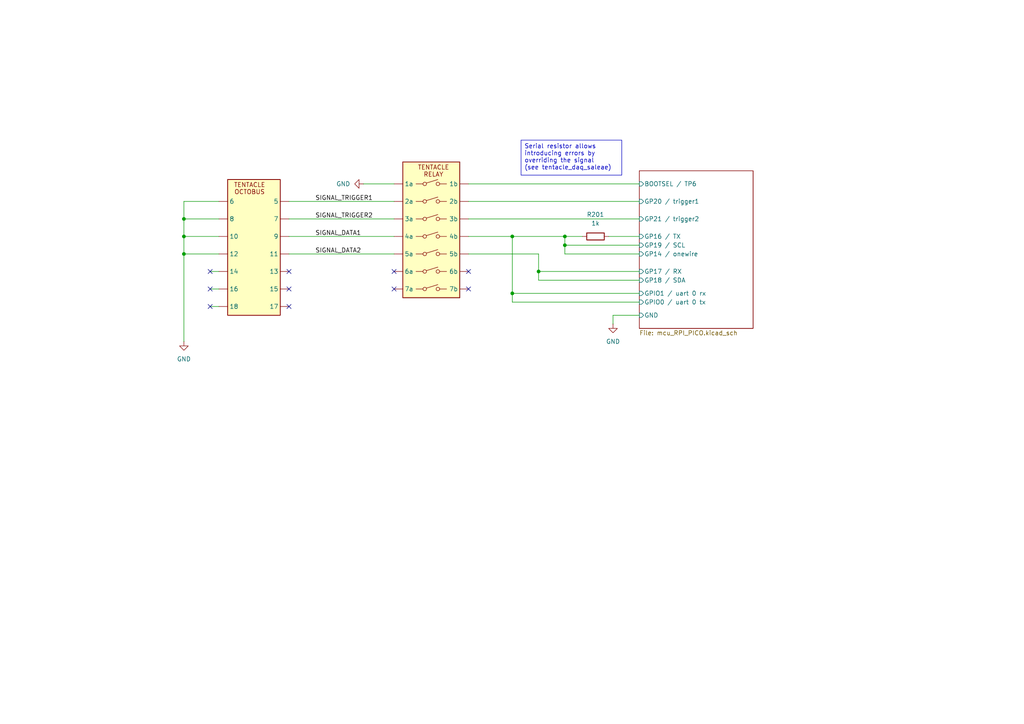
<source format=kicad_sch>
(kicad_sch (version 20231120) (generator "eeschema") (generator_version "8.0")
  (paper "A4")
  (title_block (title "tentacle_MCU_RPI_PICO") (date "2024-07-16") (company "Hans Märki, Märki Informatik") (comment 1 "The MIT License (MIT)"))
  (lib_symbols
    (symbol "00_project_library:tentacle_octobus" (pin_numbers hide)
      (property "Reference" "T" (at -27.432 29.718 0))
      (property "Value" "tentacle_octobus" (at 1.27 3.81 0))
      (symbol "tentacle_octobus_1_1"
        (rectangle (start 0 0) (end 15.24 -39.37) (stroke (width 0.254)) (fill (type background)))
        (text "TENTACLE\nOCTOBUS" (at 6.35 -2.54 0) (effects (font (size 1.27 1.27))))
        (pin passive line (at -2.54 -16.51 0) (length 2.54) (name "10") (number "10"))
        (pin passive line (at 17.78 -21.59 180) (length 2.54) (name "11") (number "11"))
        (pin passive line (at -2.54 -21.59 0) (length 2.54) (name "12") (number "12"))
        (pin passive line (at 17.78 -26.67 180) (length 2.54) (name "13") (number "13"))
        (pin passive line (at -2.54 -26.67 0) (length 2.54) (name "14") (number "14"))
        (pin passive line (at 17.78 -31.75 180) (length 2.54) (name "15") (number "15"))
        (pin passive line (at -2.54 -31.75 0) (length 2.54) (name "16") (number "16"))
        (pin passive line (at 17.78 -36.83 180) (length 2.54) (name "17") (number "17"))
        (pin passive line (at -2.54 -36.83 0) (length 2.54) (name "18") (number "18"))
        (pin passive line (at 17.78 -6.35 180) (length 2.54) (name "5") (number "5"))
        (pin passive line (at -2.54 -6.35 0) (length 2.54) (name "6") (number "6"))
        (pin passive line (at 17.78 -11.43 180) (length 2.54) (name "7") (number "7"))
        (pin passive line (at -2.54 -11.43 0) (length 2.54) (name "8") (number "8"))
        (pin passive line (at 17.78 -16.51 180) (length 2.54) (name "9") (number "9"))
      )
    )
    (symbol "Device:R" (pin_numbers hide) (pin_names (offset 0))
      (property "Reference" "R" (at 2.032 0 90))
      (property "Value" "R" (at 0 0 90))
      (symbol "R_0_1"
        (rectangle (start -1.016 -2.54) (end 1.016 2.54) (stroke (width 0.254)))
      )
      (symbol "R_1_1"
        (pin passive line (at 0 3.81 270) (length 1.27) (name "~") (number "1"))
        (pin passive line (at 0 -3.81 90) (length 1.27) (name "~") (number "2"))
      )
    )
    (symbol "power:GND" (power) (pin_numbers hide) (pin_names (offset 0) hide)
      (property "Value" "GND" (at 0 -3.81 0))
      (symbol "GND_0_1"
        (polyline (pts (xy 0 0) (xy 0 -1.27) (xy 1.27 -1.27) (xy 0 -2.54) (xy -1.27 -1.27) (xy 0 -1.27)))
      )
      (symbol "GND_1_1"
        (pin power_in line (at 0 0 270) (length 0) (name "~") (number "1"))
      )
    )
    (symbol "tentacle_relay_1" (pin_numbers hide)
      (property "Reference" "T" (at -27.432 29.718 0))
      (property "Value" "tentacle_relay" (at 3.81 2.54 0))
      (symbol "tentacle_relay_1_0_1"
        (polyline (pts (xy 5.842 -36.83) (xy 3.81 -36.83)))
        (polyline (pts (xy 5.842 -31.75) (xy 3.81 -31.75)))
        (polyline (pts (xy 5.842 -26.67) (xy 3.81 -26.67)))
        (polyline (pts (xy 5.842 -21.59) (xy 3.81 -21.59)))
        (polyline (pts (xy 5.842 -16.51) (xy 3.81 -16.51)))
        (polyline (pts (xy 5.842 -11.43) (xy 3.81 -11.43)))
        (polyline (pts (xy 5.842 -6.35) (xy 3.81 -6.35)))
        (polyline (pts (xy 6.858 -36.576) (xy 10.16 -35.56)))
        (polyline (pts (xy 6.858 -31.496) (xy 10.16 -30.48)))
        (polyline (pts (xy 6.858 -26.416) (xy 10.16 -25.4)))
        (polyline (pts (xy 6.858 -21.336) (xy 10.16 -20.32)))
        (polyline (pts (xy 6.858 -16.256) (xy 10.16 -15.24)))
        (polyline (pts (xy 6.858 -11.176) (xy 10.16 -10.16)))
        (polyline (pts (xy 6.858 -6.096) (xy 10.16 -5.08)))
        (polyline (pts (xy 12.7 -36.83) (xy 10.668 -36.83)))
        (polyline (pts (xy 12.7 -31.75) (xy 10.668 -31.75)))
        (polyline (pts (xy 12.7 -26.67) (xy 10.668 -26.67)))
        (polyline (pts (xy 12.7 -21.59) (xy 10.668 -21.59)))
        (polyline (pts (xy 12.7 -16.51) (xy 10.668 -16.51)))
        (polyline (pts (xy 12.7 -11.43) (xy 10.668 -11.43)))
        (polyline (pts (xy 12.7 -6.35) (xy 10.668 -6.35)))
        (circle (center 6.35 -36.83) (radius 0.508))
        (circle (center 6.35 -31.75) (radius 0.508))
        (circle (center 6.35 -26.67) (radius 0.508))
        (circle (center 6.35 -21.59) (radius 0.508))
        (circle (center 6.35 -16.51) (radius 0.508))
        (circle (center 6.35 -11.43) (radius 0.508))
        (circle (center 6.35 -6.35) (radius 0.508))
        (circle (center 10.16 -36.83) (radius 0.508))
        (circle (center 10.16 -31.75) (radius 0.508))
        (circle (center 10.16 -26.67) (radius 0.508))
        (circle (center 10.16 -21.59) (radius 0.508))
        (circle (center 10.16 -16.51) (radius 0.508))
        (circle (center 10.16 -11.43) (radius 0.508))
        (circle (center 10.16 -6.35) (radius 0.508))
      )
      (symbol "tentacle_relay_1_1_1"
        (rectangle (start 0 0) (end 16.51 -39.37) (stroke (width 0.254)) (fill (type background)))
        (text "TENTACLE\nRELAY" (at 8.89 -2.54 0) (effects (font (size 1.27 1.27))))
        (pin passive line (at -2.54 -6.35 0) (length 2.54) (name "1a") (number ""))
        (pin passive line (at 19.05 -6.35 180) (length 2.54) (name "1b") (number ""))
        (pin passive line (at -2.54 -11.43 0) (length 2.54) (name "2a") (number ""))
        (pin passive line (at 19.05 -11.43 180) (length 2.54) (name "2b") (number ""))
        (pin passive line (at -2.54 -16.51 0) (length 2.54) (name "3a") (number ""))
        (pin passive line (at 19.05 -16.51 180) (length 2.54) (name "3b") (number ""))
        (pin passive line (at -2.54 -21.59 0) (length 2.54) (name "4a") (number ""))
        (pin passive line (at 19.05 -21.59 180) (length 2.54) (name "4b") (number ""))
        (pin passive line (at -2.54 -26.67 0) (length 2.54) (name "5a") (number ""))
        (pin passive line (at 19.05 -26.67 180) (length 2.54) (name "5b") (number ""))
        (pin passive line (at -2.54 -31.75 0) (length 2.54) (name "6a") (number ""))
        (pin passive line (at 19.05 -31.75 180) (length 2.54) (name "6b") (number ""))
        (pin passive line (at -2.54 -36.83 0) (length 2.54) (name "7a") (number ""))
        (pin passive line (at 19.05 -36.83 180) (length 2.54) (name "7b") (number ""))
      )
    )
  )
  (junction (at 53.34 73.66))
  (junction (at 53.34 63.5))
  (junction (at 148.59 85.09))
  (junction (at 53.34 68.58))
  (junction (at 148.59 68.58))
  (junction (at 163.83 71.12))
  (junction (at 156.21 78.74))
  (junction (at 163.83 68.58))
  (no_connect (at 114.3 78.74))
  (no_connect (at 114.3 83.82))
  (no_connect (at 135.89 78.74))
  (no_connect (at 83.82 88.9))
  (no_connect (at 60.96 88.9))
  (no_connect (at 60.96 78.74))
  (no_connect (at 135.89 83.82))
  (no_connect (at 60.96 83.82))
  (no_connect (at 83.82 78.74))
  (no_connect (at 83.82 83.82))
  (wire (pts (xy 83.82 73.66) (xy 114.3 73.66)))
  (wire (pts (xy 156.21 81.28) (xy 185.42 81.28)))
  (wire (pts (xy 83.82 68.58) (xy 114.3 68.58)))
  (wire (pts (xy 53.34 68.58) (xy 63.5 68.58)))
  (wire (pts (xy 156.21 78.74) (xy 185.42 78.74)))
  (wire (pts (xy 53.34 73.66) (xy 63.5 73.66)))
  (wire (pts (xy 53.34 68.58) (xy 53.34 63.5)))
  (wire (pts (xy 83.82 63.5) (xy 114.3 63.5)))
  (wire (pts (xy 53.34 73.66) (xy 53.34 99.06)))
  (wire (pts (xy 105.41 53.34) (xy 114.3 53.34)))
  (wire (pts (xy 135.89 58.42) (xy 185.42 58.42)))
  (wire (pts (xy 135.89 68.58) (xy 148.59 68.58)))
  (wire (pts (xy 177.8 91.44) (xy 177.8 93.98)))
  (wire (pts (xy 163.83 68.58) (xy 168.91 68.58)))
  (wire (pts (xy 53.34 58.42) (xy 63.5 58.42)))
  (wire (pts (xy 156.21 73.66) (xy 156.21 78.74)))
  (wire (pts (xy 156.21 78.74) (xy 156.21 81.28)))
  (wire (pts (xy 53.34 63.5) (xy 53.34 58.42)))
  (wire (pts (xy 60.96 83.82) (xy 63.5 83.82)))
  (wire (pts (xy 135.89 63.5) (xy 185.42 63.5)))
  (wire (pts (xy 135.89 73.66) (xy 156.21 73.66)))
  (wire (pts (xy 185.42 73.66) (xy 163.83 73.66)))
  (wire (pts (xy 148.59 68.58) (xy 148.59 85.09)))
  (wire (pts (xy 135.89 53.34) (xy 185.42 53.34)))
  (wire (pts (xy 176.53 68.58) (xy 185.42 68.58)))
  (wire (pts (xy 53.34 73.66) (xy 53.34 68.58)))
  (wire (pts (xy 163.83 73.66) (xy 163.83 71.12)))
  (wire (pts (xy 163.83 71.12) (xy 185.42 71.12)))
  (wire (pts (xy 60.96 78.74) (xy 63.5 78.74)))
  (wire (pts (xy 148.59 85.09) (xy 148.59 87.63)))
  (wire (pts (xy 53.34 63.5) (xy 63.5 63.5)))
  (wire (pts (xy 163.83 71.12) (xy 163.83 68.58)))
  (wire (pts (xy 185.42 91.44) (xy 177.8 91.44)))
  (wire (pts (xy 60.96 88.9) (xy 63.5 88.9)))
  (wire (pts (xy 148.59 85.09) (xy 185.42 85.09)))
  (wire (pts (xy 148.59 68.58) (xy 163.83 68.58)))
  (wire (pts (xy 83.82 58.42) (xy 114.3 58.42)))
  (wire (pts (xy 185.42 87.63) (xy 148.59 87.63)))
  (text_box "Serial resistor allows introducing errors by overriding the signal\n(see tentacle_daq_saleae)\n" (at 151.13 40.64 0) (size 29.21 10.16) (effects (font (size 1.27 1.27)) (justify left top)))
  (text "${SHEETNAME}" (at 76.708 31.75 0) (effects (font (size 2.54 2.54) (thickness 0.508) (bold yes))))
  (label "SIGNAL_TRIGGER1" (at 91.44 58.42 0))
  (label "SIGNAL_DATA2" (at 91.44 73.66 0))
  (label "SIGNAL_TRIGGER2" (at 91.44 63.5 0))
  (label "SIGNAL_DATA1" (at 91.44 68.58 0))
  (symbol (lib_id "00_project_library:tentacle_octobus") (at 66.04 52.07 0) (unit 1)
    (property "Reference" "T201" (effects (hide yes)))
    (property "Value" "tentacle_octobus" (effects (hide yes)))
  )
  (symbol (lib_id "Device:R") (at 172.72 68.58 90) (unit 1)
    (property "Reference" "R201" (at 172.72 62.23 90))
    (property "Value" "1k" (at 172.72 64.77 90))
    (property "Description" "Resistor" (effects (hide yes)))
  )
  (symbol (lib_id "power:GND") (at 53.34 99.06 0) (unit 1)
    (property "Reference" "#PWR0201" (effects (hide yes)))
    (property "Value" "GND" (at 53.34 104.14 0))
    (property "Description" "Power symbol creates a global label with name \"GND\" , ground" (effects (hide yes)))
  )
  (symbol (lib_name "tentacle_relay_1") (lib_id "00_project_library:tentacle_relay") (at 116.84 46.99 0) (unit 1)
    (property "Reference" "T202" (effects (hide yes)))
    (property "Value" "tentacle_relay" (effects (hide yes)))
  )
  (symbol (lib_id "power:GND") (at 105.41 53.34 270) (unit 1)
    (property "Reference" "#PWR0204" (effects (hide yes)))
    (property "Value" "GND" (at 101.6 53.3399 90) (effects (justify right)))
    (property "Description" "Power symbol creates a global label with name \"GND\" , ground" (effects (hide yes)))
  )
  (symbol (lib_id "power:GND") (at 177.8 93.98 0) (unit 1)
    (property "Reference" "#PWR0203" (effects (hide yes)))
    (property "Value" "GND" (at 177.8 99.06 0))
    (property "Description" "Power symbol creates a global label with name \"GND\" , ground" (effects (hide yes)))
  )
  (sheet (at 185.42 49.53) (size 33.02 45.72) (stroke (width 0.1524))
    (property "Sheetname" "MCU_RPI_PICO" (effects (hide yes)))
    (property "Sheetfile" "mcu_RPI_PICO.kicad_sch" (at 185.42 95.8346 0) (effects (justify left top)))
    (pin "GP16 {slash} TX" input (at 185.42 68.58 180))
    (pin "GP20 {slash} trigger1" input (at 185.42 58.42 180))
    (pin "BOOTSEL {slash} TP6" input (at 185.42 53.34 180))
    (pin "GP21 {slash} trigger2" input (at 185.42 63.5 180))
    (pin "GP17 {slash} RX" input (at 185.42 78.74 180))
    (pin "GP18 {slash} SDA" input (at 185.42 81.28 180))
    (pin "GP19 {slash} SCL" input (at 185.42 71.12 180))
    (pin "GP14 {slash} onewire" input (at 185.42 73.66 180))
    (pin "GND" input (at 185.42 91.44 180))
    (pin "GPIO1 {slash} uart 0 rx" input (at 185.42 85.09 180))
    (pin "GPIO0 {slash} uart 0 tx" input (at 185.42 87.63 180))
  )
)
</source>
